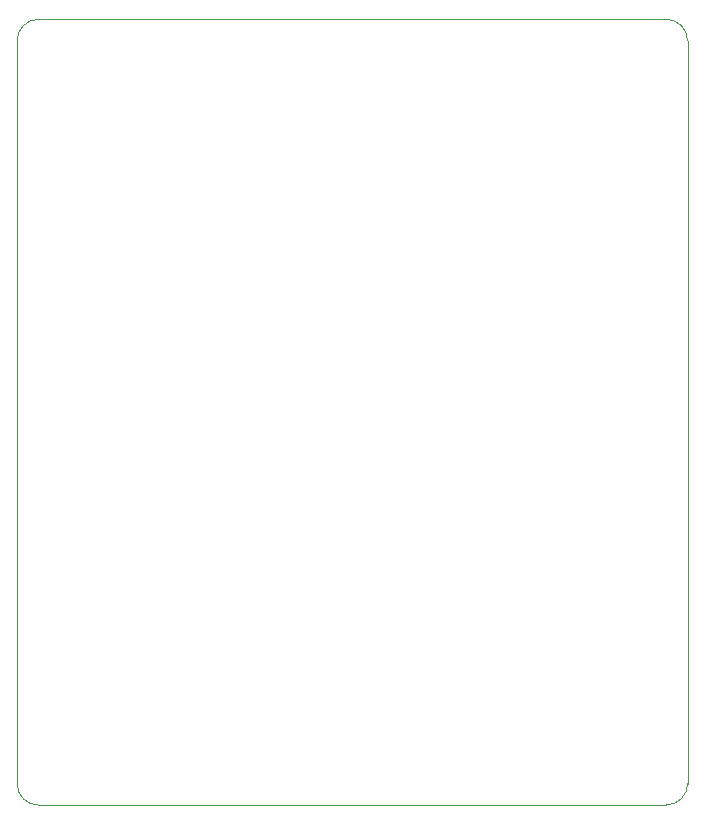
<source format=gbr>
G04 #@! TF.GenerationSoftware,KiCad,Pcbnew,(5.1.5)-3*
G04 #@! TF.CreationDate,2020-07-11T03:23:54+02:00*
G04 #@! TF.ProjectId,mixer Motor Driver board,6d697865-7220-44d6-9f74-6f7220447269,rev?*
G04 #@! TF.SameCoordinates,Original*
G04 #@! TF.FileFunction,Profile,NP*
%FSLAX46Y46*%
G04 Gerber Fmt 4.6, Leading zero omitted, Abs format (unit mm)*
G04 Created by KiCad (PCBNEW (5.1.5)-3) date 2020-07-11 03:23:54*
%MOMM*%
%LPD*%
G04 APERTURE LIST*
%ADD10C,0.050000*%
G04 APERTURE END LIST*
D10*
X42240200Y-74777600D02*
G75*
G02X40436800Y-72974200I0J1803400D01*
G01*
X97205800Y-72974200D02*
G75*
G02X95402400Y-74777600I-1803400J0D01*
G01*
X95402400Y-8255000D02*
G75*
G02X97205800Y-10058400I0J-1803400D01*
G01*
X40436800Y-10058400D02*
G75*
G02X42240200Y-8255000I1803400J0D01*
G01*
X42240200Y-8255000D02*
X95402400Y-8255000D01*
X97205800Y-72974200D02*
X97205800Y-10058400D01*
X42240200Y-74777600D02*
X95402400Y-74777600D01*
X40436800Y-10058400D02*
X40436800Y-72974200D01*
M02*

</source>
